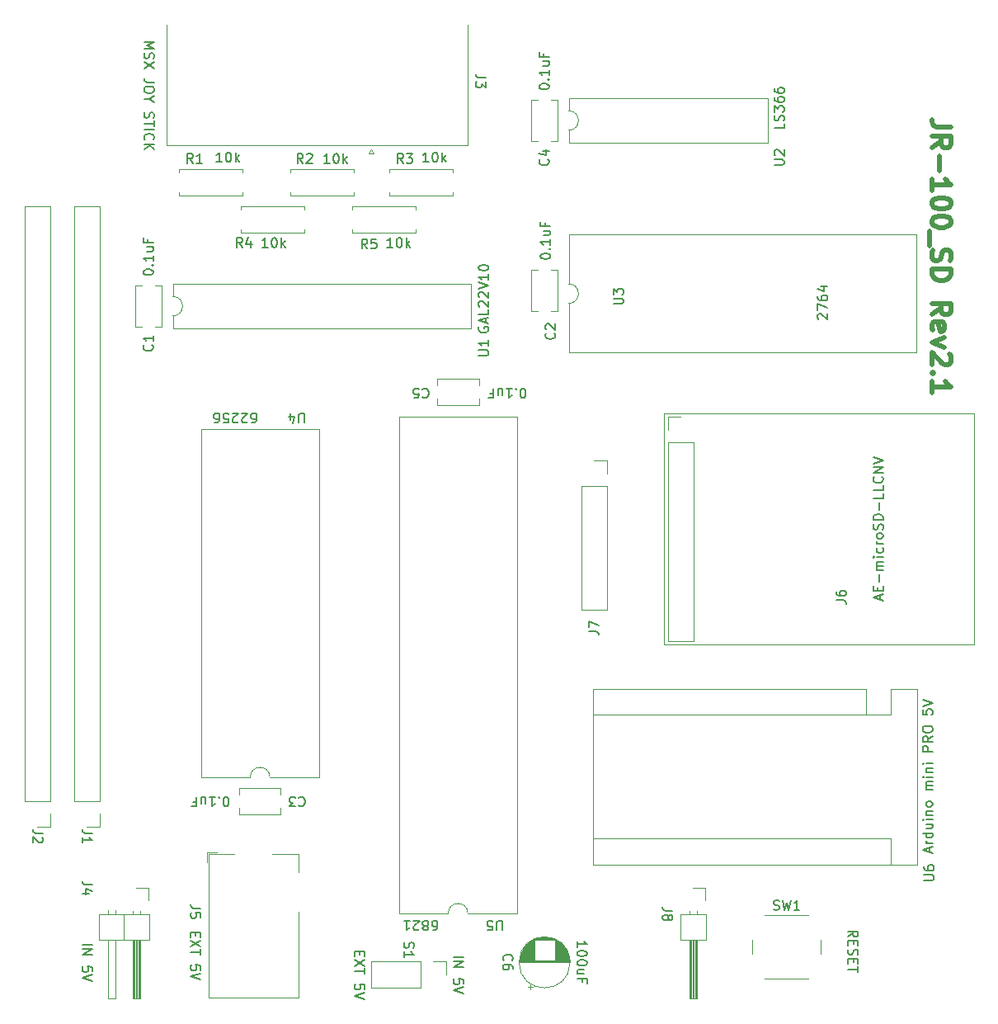
<source format=gto>
G04 #@! TF.GenerationSoftware,KiCad,Pcbnew,(5.1.9)-1*
G04 #@! TF.CreationDate,2025-02-11T16:00:35+09:00*
G04 #@! TF.ProjectId,JR-100_SD,4a522d31-3030-45f5-9344-2e6b69636164,rev?*
G04 #@! TF.SameCoordinates,PX53920b0PY93c3260*
G04 #@! TF.FileFunction,Legend,Top*
G04 #@! TF.FilePolarity,Positive*
%FSLAX46Y46*%
G04 Gerber Fmt 4.6, Leading zero omitted, Abs format (unit mm)*
G04 Created by KiCad (PCBNEW (5.1.9)-1) date 2025-02-11 16:00:35*
%MOMM*%
%LPD*%
G01*
G04 APERTURE LIST*
%ADD10C,0.150000*%
%ADD11C,0.500000*%
%ADD12C,0.120000*%
G04 APERTURE END LIST*
D10*
X87050619Y6405381D02*
X87526809Y6738715D01*
X87050619Y6976810D02*
X88050619Y6976810D01*
X88050619Y6595858D01*
X88003000Y6500620D01*
X87955380Y6453000D01*
X87860142Y6405381D01*
X87717285Y6405381D01*
X87622047Y6453000D01*
X87574428Y6500620D01*
X87526809Y6595858D01*
X87526809Y6976810D01*
X87574428Y5976810D02*
X87574428Y5643477D01*
X87050619Y5500620D02*
X87050619Y5976810D01*
X88050619Y5976810D01*
X88050619Y5500620D01*
X87098238Y5119667D02*
X87050619Y4976810D01*
X87050619Y4738715D01*
X87098238Y4643477D01*
X87145857Y4595858D01*
X87241095Y4548239D01*
X87336333Y4548239D01*
X87431571Y4595858D01*
X87479190Y4643477D01*
X87526809Y4738715D01*
X87574428Y4929191D01*
X87622047Y5024429D01*
X87669666Y5072048D01*
X87764904Y5119667D01*
X87860142Y5119667D01*
X87955380Y5072048D01*
X88003000Y5024429D01*
X88050619Y4929191D01*
X88050619Y4691096D01*
X88003000Y4548239D01*
X87574428Y4119667D02*
X87574428Y3786334D01*
X87050619Y3643477D02*
X87050619Y4119667D01*
X88050619Y4119667D01*
X88050619Y3643477D01*
X88050619Y3357762D02*
X88050619Y2786334D01*
X87050619Y3072048D02*
X88050619Y3072048D01*
X49157000Y68977239D02*
X49109380Y68882000D01*
X49109380Y68739143D01*
X49157000Y68596286D01*
X49252238Y68501048D01*
X49347476Y68453429D01*
X49537952Y68405810D01*
X49680809Y68405810D01*
X49871285Y68453429D01*
X49966523Y68501048D01*
X50061761Y68596286D01*
X50109380Y68739143D01*
X50109380Y68834381D01*
X50061761Y68977239D01*
X50014142Y69024858D01*
X49680809Y69024858D01*
X49680809Y68834381D01*
X49823666Y69405810D02*
X49823666Y69882000D01*
X50109380Y69310572D02*
X49109380Y69643905D01*
X50109380Y69977239D01*
X50109380Y70786762D02*
X50109380Y70310572D01*
X49109380Y70310572D01*
X49204619Y71072477D02*
X49157000Y71120096D01*
X49109380Y71215334D01*
X49109380Y71453429D01*
X49157000Y71548667D01*
X49204619Y71596286D01*
X49299857Y71643905D01*
X49395095Y71643905D01*
X49537952Y71596286D01*
X50109380Y71024858D01*
X50109380Y71643905D01*
X49204619Y72024858D02*
X49157000Y72072477D01*
X49109380Y72167715D01*
X49109380Y72405810D01*
X49157000Y72501048D01*
X49204619Y72548667D01*
X49299857Y72596286D01*
X49395095Y72596286D01*
X49537952Y72548667D01*
X50109380Y71977239D01*
X50109380Y72596286D01*
X49109380Y72882000D02*
X50109380Y73215334D01*
X49109380Y73548667D01*
X50109380Y74405810D02*
X50109380Y73834381D01*
X50109380Y74120096D02*
X49109380Y74120096D01*
X49252238Y74024858D01*
X49347476Y73929620D01*
X49395095Y73834381D01*
X49109380Y75024858D02*
X49109380Y75120096D01*
X49157000Y75215334D01*
X49204619Y75262953D01*
X49299857Y75310572D01*
X49490333Y75358191D01*
X49728428Y75358191D01*
X49918904Y75310572D01*
X50014142Y75262953D01*
X50061761Y75215334D01*
X50109380Y75120096D01*
X50109380Y75024858D01*
X50061761Y74929620D01*
X50014142Y74882000D01*
X49918904Y74834381D01*
X49728428Y74786762D01*
X49490333Y74786762D01*
X49299857Y74834381D01*
X49204619Y74882000D01*
X49157000Y74929620D01*
X49109380Y75024858D01*
X84002619Y69786715D02*
X83955000Y69834334D01*
X83907380Y69929572D01*
X83907380Y70167667D01*
X83955000Y70262905D01*
X84002619Y70310524D01*
X84097857Y70358143D01*
X84193095Y70358143D01*
X84335952Y70310524D01*
X84907380Y69739096D01*
X84907380Y70358143D01*
X83907380Y70691477D02*
X83907380Y71358143D01*
X84907380Y70929572D01*
X83907380Y72167667D02*
X83907380Y71977191D01*
X83955000Y71881953D01*
X84002619Y71834334D01*
X84145476Y71739096D01*
X84335952Y71691477D01*
X84716904Y71691477D01*
X84812142Y71739096D01*
X84859761Y71786715D01*
X84907380Y71881953D01*
X84907380Y72072429D01*
X84859761Y72167667D01*
X84812142Y72215286D01*
X84716904Y72262905D01*
X84478809Y72262905D01*
X84383571Y72215286D01*
X84335952Y72167667D01*
X84288333Y72072429D01*
X84288333Y71881953D01*
X84335952Y71786715D01*
X84383571Y71739096D01*
X84478809Y71691477D01*
X84240714Y73120048D02*
X84907380Y73120048D01*
X83859761Y72881953D02*
X84574047Y72643858D01*
X84574047Y73262905D01*
X44418095Y7072381D02*
X44608571Y7072381D01*
X44703809Y7120000D01*
X44751428Y7167620D01*
X44846666Y7310477D01*
X44894285Y7500953D01*
X44894285Y7881905D01*
X44846666Y7977143D01*
X44799047Y8024762D01*
X44703809Y8072381D01*
X44513333Y8072381D01*
X44418095Y8024762D01*
X44370476Y7977143D01*
X44322857Y7881905D01*
X44322857Y7643810D01*
X44370476Y7548572D01*
X44418095Y7500953D01*
X44513333Y7453334D01*
X44703809Y7453334D01*
X44799047Y7500953D01*
X44846666Y7548572D01*
X44894285Y7643810D01*
X43751428Y7500953D02*
X43846666Y7453334D01*
X43894285Y7405715D01*
X43941904Y7310477D01*
X43941904Y7262858D01*
X43894285Y7167620D01*
X43846666Y7120000D01*
X43751428Y7072381D01*
X43560952Y7072381D01*
X43465714Y7120000D01*
X43418095Y7167620D01*
X43370476Y7262858D01*
X43370476Y7310477D01*
X43418095Y7405715D01*
X43465714Y7453334D01*
X43560952Y7500953D01*
X43751428Y7500953D01*
X43846666Y7548572D01*
X43894285Y7596191D01*
X43941904Y7691429D01*
X43941904Y7881905D01*
X43894285Y7977143D01*
X43846666Y8024762D01*
X43751428Y8072381D01*
X43560952Y8072381D01*
X43465714Y8024762D01*
X43418095Y7977143D01*
X43370476Y7881905D01*
X43370476Y7691429D01*
X43418095Y7596191D01*
X43465714Y7548572D01*
X43560952Y7500953D01*
X42989523Y7167620D02*
X42941904Y7120000D01*
X42846666Y7072381D01*
X42608571Y7072381D01*
X42513333Y7120000D01*
X42465714Y7167620D01*
X42418095Y7262858D01*
X42418095Y7358096D01*
X42465714Y7500953D01*
X43037142Y8072381D01*
X42418095Y8072381D01*
X41465714Y8072381D02*
X42037142Y8072381D01*
X41751428Y8072381D02*
X41751428Y7072381D01*
X41846666Y7215239D01*
X41941904Y7310477D01*
X42037142Y7358096D01*
X53712857Y61682381D02*
X53617619Y61682381D01*
X53522380Y61730000D01*
X53474761Y61777620D01*
X53427142Y61872858D01*
X53379523Y62063334D01*
X53379523Y62301429D01*
X53427142Y62491905D01*
X53474761Y62587143D01*
X53522380Y62634762D01*
X53617619Y62682381D01*
X53712857Y62682381D01*
X53808095Y62634762D01*
X53855714Y62587143D01*
X53903333Y62491905D01*
X53950952Y62301429D01*
X53950952Y62063334D01*
X53903333Y61872858D01*
X53855714Y61777620D01*
X53808095Y61730000D01*
X53712857Y61682381D01*
X52950952Y62587143D02*
X52903333Y62634762D01*
X52950952Y62682381D01*
X52998571Y62634762D01*
X52950952Y62587143D01*
X52950952Y62682381D01*
X51950952Y62682381D02*
X52522380Y62682381D01*
X52236666Y62682381D02*
X52236666Y61682381D01*
X52331904Y61825239D01*
X52427142Y61920477D01*
X52522380Y61968096D01*
X51093809Y62015715D02*
X51093809Y62682381D01*
X51522380Y62015715D02*
X51522380Y62539524D01*
X51474761Y62634762D01*
X51379523Y62682381D01*
X51236666Y62682381D01*
X51141428Y62634762D01*
X51093809Y62587143D01*
X50284285Y62158572D02*
X50617619Y62158572D01*
X50617619Y62682381D02*
X50617619Y61682381D01*
X50141428Y61682381D01*
X55459380Y76208143D02*
X55459380Y76303381D01*
X55507000Y76398620D01*
X55554619Y76446239D01*
X55649857Y76493858D01*
X55840333Y76541477D01*
X56078428Y76541477D01*
X56268904Y76493858D01*
X56364142Y76446239D01*
X56411761Y76398620D01*
X56459380Y76303381D01*
X56459380Y76208143D01*
X56411761Y76112905D01*
X56364142Y76065286D01*
X56268904Y76017667D01*
X56078428Y75970048D01*
X55840333Y75970048D01*
X55649857Y76017667D01*
X55554619Y76065286D01*
X55507000Y76112905D01*
X55459380Y76208143D01*
X56364142Y76970048D02*
X56411761Y77017667D01*
X56459380Y76970048D01*
X56411761Y76922429D01*
X56364142Y76970048D01*
X56459380Y76970048D01*
X56459380Y77970048D02*
X56459380Y77398620D01*
X56459380Y77684334D02*
X55459380Y77684334D01*
X55602238Y77589096D01*
X55697476Y77493858D01*
X55745095Y77398620D01*
X55792714Y78827191D02*
X56459380Y78827191D01*
X55792714Y78398620D02*
X56316523Y78398620D01*
X56411761Y78446239D01*
X56459380Y78541477D01*
X56459380Y78684334D01*
X56411761Y78779572D01*
X56364142Y78827191D01*
X55935571Y79636715D02*
X55935571Y79303381D01*
X56459380Y79303381D02*
X55459380Y79303381D01*
X55459380Y79779572D01*
X59237619Y5357620D02*
X59237619Y5929048D01*
X59237619Y5643334D02*
X60237619Y5643334D01*
X60094761Y5738572D01*
X59999523Y5833810D01*
X59951904Y5929048D01*
X60237619Y4738572D02*
X60237619Y4643334D01*
X60190000Y4548096D01*
X60142380Y4500477D01*
X60047142Y4452858D01*
X59856666Y4405239D01*
X59618571Y4405239D01*
X59428095Y4452858D01*
X59332857Y4500477D01*
X59285238Y4548096D01*
X59237619Y4643334D01*
X59237619Y4738572D01*
X59285238Y4833810D01*
X59332857Y4881429D01*
X59428095Y4929048D01*
X59618571Y4976667D01*
X59856666Y4976667D01*
X60047142Y4929048D01*
X60142380Y4881429D01*
X60190000Y4833810D01*
X60237619Y4738572D01*
X60237619Y3786191D02*
X60237619Y3690953D01*
X60190000Y3595715D01*
X60142380Y3548096D01*
X60047142Y3500477D01*
X59856666Y3452858D01*
X59618571Y3452858D01*
X59428095Y3500477D01*
X59332857Y3548096D01*
X59285238Y3595715D01*
X59237619Y3690953D01*
X59237619Y3786191D01*
X59285238Y3881429D01*
X59332857Y3929048D01*
X59428095Y3976667D01*
X59618571Y4024286D01*
X59856666Y4024286D01*
X60047142Y3976667D01*
X60142380Y3929048D01*
X60190000Y3881429D01*
X60237619Y3786191D01*
X59904285Y2595715D02*
X59237619Y2595715D01*
X59904285Y3024286D02*
X59380476Y3024286D01*
X59285238Y2976667D01*
X59237619Y2881429D01*
X59237619Y2738572D01*
X59285238Y2643334D01*
X59332857Y2595715D01*
X59761428Y1786191D02*
X59761428Y2119524D01*
X59237619Y2119524D02*
X60237619Y2119524D01*
X60237619Y1643334D01*
X14787619Y98186191D02*
X15787619Y98186191D01*
X15073333Y97852858D01*
X15787619Y97519524D01*
X14787619Y97519524D01*
X14835238Y97090953D02*
X14787619Y96948096D01*
X14787619Y96710000D01*
X14835238Y96614762D01*
X14882857Y96567143D01*
X14978095Y96519524D01*
X15073333Y96519524D01*
X15168571Y96567143D01*
X15216190Y96614762D01*
X15263809Y96710000D01*
X15311428Y96900477D01*
X15359047Y96995715D01*
X15406666Y97043334D01*
X15501904Y97090953D01*
X15597142Y97090953D01*
X15692380Y97043334D01*
X15740000Y96995715D01*
X15787619Y96900477D01*
X15787619Y96662381D01*
X15740000Y96519524D01*
X15787619Y96186191D02*
X14787619Y95519524D01*
X15787619Y95519524D02*
X14787619Y96186191D01*
X15787619Y94090953D02*
X15073333Y94090953D01*
X14930476Y94138572D01*
X14835238Y94233810D01*
X14787619Y94376667D01*
X14787619Y94471905D01*
X15787619Y93424286D02*
X15787619Y93233810D01*
X15740000Y93138572D01*
X15644761Y93043334D01*
X15454285Y92995715D01*
X15120952Y92995715D01*
X14930476Y93043334D01*
X14835238Y93138572D01*
X14787619Y93233810D01*
X14787619Y93424286D01*
X14835238Y93519524D01*
X14930476Y93614762D01*
X15120952Y93662381D01*
X15454285Y93662381D01*
X15644761Y93614762D01*
X15740000Y93519524D01*
X15787619Y93424286D01*
X15263809Y92376667D02*
X14787619Y92376667D01*
X15787619Y92710000D02*
X15263809Y92376667D01*
X15787619Y92043334D01*
X14835238Y90995715D02*
X14787619Y90852858D01*
X14787619Y90614762D01*
X14835238Y90519524D01*
X14882857Y90471905D01*
X14978095Y90424286D01*
X15073333Y90424286D01*
X15168571Y90471905D01*
X15216190Y90519524D01*
X15263809Y90614762D01*
X15311428Y90805239D01*
X15359047Y90900477D01*
X15406666Y90948096D01*
X15501904Y90995715D01*
X15597142Y90995715D01*
X15692380Y90948096D01*
X15740000Y90900477D01*
X15787619Y90805239D01*
X15787619Y90567143D01*
X15740000Y90424286D01*
X15787619Y90138572D02*
X15787619Y89567143D01*
X14787619Y89852858D02*
X15787619Y89852858D01*
X14787619Y89233810D02*
X15787619Y89233810D01*
X14882857Y88186191D02*
X14835238Y88233810D01*
X14787619Y88376667D01*
X14787619Y88471905D01*
X14835238Y88614762D01*
X14930476Y88710000D01*
X15025714Y88757620D01*
X15216190Y88805239D01*
X15359047Y88805239D01*
X15549523Y88757620D01*
X15644761Y88710000D01*
X15740000Y88614762D01*
X15787619Y88471905D01*
X15787619Y88376667D01*
X15740000Y88233810D01*
X15692380Y88186191D01*
X14787619Y87757620D02*
X15787619Y87757620D01*
X14787619Y87186191D02*
X15359047Y87614762D01*
X15787619Y87186191D02*
X15216190Y87757620D01*
X40298761Y77144620D02*
X39727333Y77144620D01*
X40013047Y77144620D02*
X40013047Y78144620D01*
X39917809Y78001762D01*
X39822571Y77906524D01*
X39727333Y77858905D01*
X40917809Y78144620D02*
X41013047Y78144620D01*
X41108285Y78097000D01*
X41155904Y78049381D01*
X41203523Y77954143D01*
X41251142Y77763667D01*
X41251142Y77525572D01*
X41203523Y77335096D01*
X41155904Y77239858D01*
X41108285Y77192239D01*
X41013047Y77144620D01*
X40917809Y77144620D01*
X40822571Y77192239D01*
X40774952Y77239858D01*
X40727333Y77335096D01*
X40679714Y77525572D01*
X40679714Y77763667D01*
X40727333Y77954143D01*
X40774952Y78049381D01*
X40822571Y78097000D01*
X40917809Y78144620D01*
X41679714Y77144620D02*
X41679714Y78144620D01*
X41774952Y77525572D02*
X42060666Y77144620D01*
X42060666Y77811286D02*
X41679714Y77430334D01*
X43981761Y85907620D02*
X43410333Y85907620D01*
X43696047Y85907620D02*
X43696047Y86907620D01*
X43600809Y86764762D01*
X43505571Y86669524D01*
X43410333Y86621905D01*
X44600809Y86907620D02*
X44696047Y86907620D01*
X44791285Y86860000D01*
X44838904Y86812381D01*
X44886523Y86717143D01*
X44934142Y86526667D01*
X44934142Y86288572D01*
X44886523Y86098096D01*
X44838904Y86002858D01*
X44791285Y85955239D01*
X44696047Y85907620D01*
X44600809Y85907620D01*
X44505571Y85955239D01*
X44457952Y86002858D01*
X44410333Y86098096D01*
X44362714Y86288572D01*
X44362714Y86526667D01*
X44410333Y86717143D01*
X44457952Y86812381D01*
X44505571Y86860000D01*
X44600809Y86907620D01*
X45362714Y85907620D02*
X45362714Y86907620D01*
X45457952Y86288572D02*
X45743666Y85907620D01*
X45743666Y86574286D02*
X45362714Y86193334D01*
X33821761Y85780620D02*
X33250333Y85780620D01*
X33536047Y85780620D02*
X33536047Y86780620D01*
X33440809Y86637762D01*
X33345571Y86542524D01*
X33250333Y86494905D01*
X34440809Y86780620D02*
X34536047Y86780620D01*
X34631285Y86733000D01*
X34678904Y86685381D01*
X34726523Y86590143D01*
X34774142Y86399667D01*
X34774142Y86161572D01*
X34726523Y85971096D01*
X34678904Y85875858D01*
X34631285Y85828239D01*
X34536047Y85780620D01*
X34440809Y85780620D01*
X34345571Y85828239D01*
X34297952Y85875858D01*
X34250333Y85971096D01*
X34202714Y86161572D01*
X34202714Y86399667D01*
X34250333Y86590143D01*
X34297952Y86685381D01*
X34345571Y86733000D01*
X34440809Y86780620D01*
X35202714Y85780620D02*
X35202714Y86780620D01*
X35297952Y86161572D02*
X35583666Y85780620D01*
X35583666Y86447286D02*
X35202714Y86066334D01*
X27471761Y77144620D02*
X26900333Y77144620D01*
X27186047Y77144620D02*
X27186047Y78144620D01*
X27090809Y78001762D01*
X26995571Y77906524D01*
X26900333Y77858905D01*
X28090809Y78144620D02*
X28186047Y78144620D01*
X28281285Y78097000D01*
X28328904Y78049381D01*
X28376523Y77954143D01*
X28424142Y77763667D01*
X28424142Y77525572D01*
X28376523Y77335096D01*
X28328904Y77239858D01*
X28281285Y77192239D01*
X28186047Y77144620D01*
X28090809Y77144620D01*
X27995571Y77192239D01*
X27947952Y77239858D01*
X27900333Y77335096D01*
X27852714Y77525572D01*
X27852714Y77763667D01*
X27900333Y77954143D01*
X27947952Y78049381D01*
X27995571Y78097000D01*
X28090809Y78144620D01*
X28852714Y77144620D02*
X28852714Y78144620D01*
X28947952Y77525572D02*
X29233666Y77144620D01*
X29233666Y77811286D02*
X28852714Y77430334D01*
X22772761Y85907620D02*
X22201333Y85907620D01*
X22487047Y85907620D02*
X22487047Y86907620D01*
X22391809Y86764762D01*
X22296571Y86669524D01*
X22201333Y86621905D01*
X23391809Y86907620D02*
X23487047Y86907620D01*
X23582285Y86860000D01*
X23629904Y86812381D01*
X23677523Y86717143D01*
X23725142Y86526667D01*
X23725142Y86288572D01*
X23677523Y86098096D01*
X23629904Y86002858D01*
X23582285Y85955239D01*
X23487047Y85907620D01*
X23391809Y85907620D01*
X23296571Y85955239D01*
X23248952Y86002858D01*
X23201333Y86098096D01*
X23153714Y86288572D01*
X23153714Y86526667D01*
X23201333Y86717143D01*
X23248952Y86812381D01*
X23296571Y86860000D01*
X23391809Y86907620D01*
X24153714Y85907620D02*
X24153714Y86907620D01*
X24248952Y86288572D02*
X24534666Y85907620D01*
X24534666Y86574286D02*
X24153714Y86193334D01*
X80462380Y89844762D02*
X80462380Y89368572D01*
X79462380Y89368572D01*
X80414761Y90130477D02*
X80462380Y90273334D01*
X80462380Y90511429D01*
X80414761Y90606667D01*
X80367142Y90654286D01*
X80271904Y90701905D01*
X80176666Y90701905D01*
X80081428Y90654286D01*
X80033809Y90606667D01*
X79986190Y90511429D01*
X79938571Y90320953D01*
X79890952Y90225715D01*
X79843333Y90178096D01*
X79748095Y90130477D01*
X79652857Y90130477D01*
X79557619Y90178096D01*
X79510000Y90225715D01*
X79462380Y90320953D01*
X79462380Y90559048D01*
X79510000Y90701905D01*
X79462380Y91035239D02*
X79462380Y91654286D01*
X79843333Y91320953D01*
X79843333Y91463810D01*
X79890952Y91559048D01*
X79938571Y91606667D01*
X80033809Y91654286D01*
X80271904Y91654286D01*
X80367142Y91606667D01*
X80414761Y91559048D01*
X80462380Y91463810D01*
X80462380Y91178096D01*
X80414761Y91082858D01*
X80367142Y91035239D01*
X79462380Y92511429D02*
X79462380Y92320953D01*
X79510000Y92225715D01*
X79557619Y92178096D01*
X79700476Y92082858D01*
X79890952Y92035239D01*
X80271904Y92035239D01*
X80367142Y92082858D01*
X80414761Y92130477D01*
X80462380Y92225715D01*
X80462380Y92416191D01*
X80414761Y92511429D01*
X80367142Y92559048D01*
X80271904Y92606667D01*
X80033809Y92606667D01*
X79938571Y92559048D01*
X79890952Y92511429D01*
X79843333Y92416191D01*
X79843333Y92225715D01*
X79890952Y92130477D01*
X79938571Y92082858D01*
X80033809Y92035239D01*
X79462380Y93463810D02*
X79462380Y93273334D01*
X79510000Y93178096D01*
X79557619Y93130477D01*
X79700476Y93035239D01*
X79890952Y92987620D01*
X80271904Y92987620D01*
X80367142Y93035239D01*
X80414761Y93082858D01*
X80462380Y93178096D01*
X80462380Y93368572D01*
X80414761Y93463810D01*
X80367142Y93511429D01*
X80271904Y93559048D01*
X80033809Y93559048D01*
X79938571Y93511429D01*
X79890952Y93463810D01*
X79843333Y93368572D01*
X79843333Y93178096D01*
X79890952Y93082858D01*
X79938571Y93035239D01*
X80033809Y92987620D01*
X95416666Y15098096D02*
X95416666Y15574286D01*
X95702380Y15002858D02*
X94702380Y15336191D01*
X95702380Y15669524D01*
X95702380Y16002858D02*
X95035714Y16002858D01*
X95226190Y16002858D02*
X95130952Y16050477D01*
X95083333Y16098096D01*
X95035714Y16193334D01*
X95035714Y16288572D01*
X95702380Y17050477D02*
X94702380Y17050477D01*
X95654761Y17050477D02*
X95702380Y16955239D01*
X95702380Y16764762D01*
X95654761Y16669524D01*
X95607142Y16621905D01*
X95511904Y16574286D01*
X95226190Y16574286D01*
X95130952Y16621905D01*
X95083333Y16669524D01*
X95035714Y16764762D01*
X95035714Y16955239D01*
X95083333Y17050477D01*
X95035714Y17955239D02*
X95702380Y17955239D01*
X95035714Y17526667D02*
X95559523Y17526667D01*
X95654761Y17574286D01*
X95702380Y17669524D01*
X95702380Y17812381D01*
X95654761Y17907620D01*
X95607142Y17955239D01*
X95702380Y18431429D02*
X95035714Y18431429D01*
X94702380Y18431429D02*
X94750000Y18383810D01*
X94797619Y18431429D01*
X94750000Y18479048D01*
X94702380Y18431429D01*
X94797619Y18431429D01*
X95035714Y18907620D02*
X95702380Y18907620D01*
X95130952Y18907620D02*
X95083333Y18955239D01*
X95035714Y19050477D01*
X95035714Y19193334D01*
X95083333Y19288572D01*
X95178571Y19336191D01*
X95702380Y19336191D01*
X95702380Y19955239D02*
X95654761Y19860000D01*
X95607142Y19812381D01*
X95511904Y19764762D01*
X95226190Y19764762D01*
X95130952Y19812381D01*
X95083333Y19860000D01*
X95035714Y19955239D01*
X95035714Y20098096D01*
X95083333Y20193334D01*
X95130952Y20240953D01*
X95226190Y20288572D01*
X95511904Y20288572D01*
X95607142Y20240953D01*
X95654761Y20193334D01*
X95702380Y20098096D01*
X95702380Y19955239D01*
X95702380Y21479048D02*
X95035714Y21479048D01*
X95130952Y21479048D02*
X95083333Y21526667D01*
X95035714Y21621905D01*
X95035714Y21764762D01*
X95083333Y21860000D01*
X95178571Y21907620D01*
X95702380Y21907620D01*
X95178571Y21907620D02*
X95083333Y21955239D01*
X95035714Y22050477D01*
X95035714Y22193334D01*
X95083333Y22288572D01*
X95178571Y22336191D01*
X95702380Y22336191D01*
X95702380Y22812381D02*
X95035714Y22812381D01*
X94702380Y22812381D02*
X94750000Y22764762D01*
X94797619Y22812381D01*
X94750000Y22860000D01*
X94702380Y22812381D01*
X94797619Y22812381D01*
X95035714Y23288572D02*
X95702380Y23288572D01*
X95130952Y23288572D02*
X95083333Y23336191D01*
X95035714Y23431429D01*
X95035714Y23574286D01*
X95083333Y23669524D01*
X95178571Y23717143D01*
X95702380Y23717143D01*
X95702380Y24193334D02*
X95035714Y24193334D01*
X94702380Y24193334D02*
X94750000Y24145715D01*
X94797619Y24193334D01*
X94750000Y24240953D01*
X94702380Y24193334D01*
X94797619Y24193334D01*
X95702380Y25431429D02*
X94702380Y25431429D01*
X94702380Y25812381D01*
X94750000Y25907620D01*
X94797619Y25955239D01*
X94892857Y26002858D01*
X95035714Y26002858D01*
X95130952Y25955239D01*
X95178571Y25907620D01*
X95226190Y25812381D01*
X95226190Y25431429D01*
X95702380Y27002858D02*
X95226190Y26669524D01*
X95702380Y26431429D02*
X94702380Y26431429D01*
X94702380Y26812381D01*
X94750000Y26907620D01*
X94797619Y26955239D01*
X94892857Y27002858D01*
X95035714Y27002858D01*
X95130952Y26955239D01*
X95178571Y26907620D01*
X95226190Y26812381D01*
X95226190Y26431429D01*
X94702380Y27621905D02*
X94702380Y27812381D01*
X94750000Y27907620D01*
X94845238Y28002858D01*
X95035714Y28050477D01*
X95369047Y28050477D01*
X95559523Y28002858D01*
X95654761Y27907620D01*
X95702380Y27812381D01*
X95702380Y27621905D01*
X95654761Y27526667D01*
X95559523Y27431429D01*
X95369047Y27383810D01*
X95035714Y27383810D01*
X94845238Y27431429D01*
X94750000Y27526667D01*
X94702380Y27621905D01*
X94702380Y29717143D02*
X94702380Y29240953D01*
X95178571Y29193334D01*
X95130952Y29240953D01*
X95083333Y29336191D01*
X95083333Y29574286D01*
X95130952Y29669524D01*
X95178571Y29717143D01*
X95273809Y29764762D01*
X95511904Y29764762D01*
X95607142Y29717143D01*
X95654761Y29669524D01*
X95702380Y29574286D01*
X95702380Y29336191D01*
X95654761Y29240953D01*
X95607142Y29193334D01*
X94702380Y30050477D02*
X95702380Y30383810D01*
X94702380Y30717143D01*
X46537619Y4349524D02*
X47537619Y4349524D01*
X46537619Y3873334D02*
X47537619Y3873334D01*
X46537619Y3301905D01*
X47537619Y3301905D01*
X47537619Y1587620D02*
X47537619Y2063810D01*
X47061428Y2111429D01*
X47109047Y2063810D01*
X47156666Y1968572D01*
X47156666Y1730477D01*
X47109047Y1635239D01*
X47061428Y1587620D01*
X46966190Y1540000D01*
X46728095Y1540000D01*
X46632857Y1587620D01*
X46585238Y1635239D01*
X46537619Y1730477D01*
X46537619Y1968572D01*
X46585238Y2063810D01*
X46632857Y2111429D01*
X47537619Y1254286D02*
X46537619Y920953D01*
X47537619Y587620D01*
X36901428Y4897143D02*
X36901428Y4563810D01*
X36377619Y4420953D02*
X36377619Y4897143D01*
X37377619Y4897143D01*
X37377619Y4420953D01*
X37377619Y4087620D02*
X36377619Y3420953D01*
X37377619Y3420953D02*
X36377619Y4087620D01*
X37377619Y3182858D02*
X37377619Y2611429D01*
X36377619Y2897143D02*
X37377619Y2897143D01*
X37377619Y1040000D02*
X37377619Y1516191D01*
X36901428Y1563810D01*
X36949047Y1516191D01*
X36996666Y1420953D01*
X36996666Y1182858D01*
X36949047Y1087620D01*
X36901428Y1040000D01*
X36806190Y992381D01*
X36568095Y992381D01*
X36472857Y1040000D01*
X36425238Y1087620D01*
X36377619Y1182858D01*
X36377619Y1420953D01*
X36425238Y1516191D01*
X36472857Y1563810D01*
X37377619Y706667D02*
X36377619Y373334D01*
X37377619Y40000D01*
X8437619Y5619524D02*
X9437619Y5619524D01*
X8437619Y5143334D02*
X9437619Y5143334D01*
X8437619Y4571905D01*
X9437619Y4571905D01*
X9437619Y2857620D02*
X9437619Y3333810D01*
X8961428Y3381429D01*
X9009047Y3333810D01*
X9056666Y3238572D01*
X9056666Y3000477D01*
X9009047Y2905239D01*
X8961428Y2857620D01*
X8866190Y2810000D01*
X8628095Y2810000D01*
X8532857Y2857620D01*
X8485238Y2905239D01*
X8437619Y3000477D01*
X8437619Y3238572D01*
X8485238Y3333810D01*
X8532857Y3381429D01*
X9437619Y2524286D02*
X8437619Y2190953D01*
X9437619Y1857620D01*
X20071428Y6857143D02*
X20071428Y6523810D01*
X19547619Y6380953D02*
X19547619Y6857143D01*
X20547619Y6857143D01*
X20547619Y6380953D01*
X20547619Y6047620D02*
X19547619Y5380953D01*
X20547619Y5380953D02*
X19547619Y6047620D01*
X20547619Y5142858D02*
X20547619Y4571429D01*
X19547619Y4857143D02*
X20547619Y4857143D01*
X20547619Y3000000D02*
X20547619Y3476191D01*
X20071428Y3523810D01*
X20119047Y3476191D01*
X20166666Y3380953D01*
X20166666Y3142858D01*
X20119047Y3047620D01*
X20071428Y3000000D01*
X19976190Y2952381D01*
X19738095Y2952381D01*
X19642857Y3000000D01*
X19595238Y3047620D01*
X19547619Y3142858D01*
X19547619Y3380953D01*
X19595238Y3476191D01*
X19642857Y3523810D01*
X20547619Y2666667D02*
X19547619Y2333334D01*
X20547619Y2000000D01*
X25844285Y59142381D02*
X26034761Y59142381D01*
X26130000Y59190000D01*
X26177619Y59237620D01*
X26272857Y59380477D01*
X26320476Y59570953D01*
X26320476Y59951905D01*
X26272857Y60047143D01*
X26225238Y60094762D01*
X26130000Y60142381D01*
X25939523Y60142381D01*
X25844285Y60094762D01*
X25796666Y60047143D01*
X25749047Y59951905D01*
X25749047Y59713810D01*
X25796666Y59618572D01*
X25844285Y59570953D01*
X25939523Y59523334D01*
X26130000Y59523334D01*
X26225238Y59570953D01*
X26272857Y59618572D01*
X26320476Y59713810D01*
X25368095Y59237620D02*
X25320476Y59190000D01*
X25225238Y59142381D01*
X24987142Y59142381D01*
X24891904Y59190000D01*
X24844285Y59237620D01*
X24796666Y59332858D01*
X24796666Y59428096D01*
X24844285Y59570953D01*
X25415714Y60142381D01*
X24796666Y60142381D01*
X24415714Y59237620D02*
X24368095Y59190000D01*
X24272857Y59142381D01*
X24034761Y59142381D01*
X23939523Y59190000D01*
X23891904Y59237620D01*
X23844285Y59332858D01*
X23844285Y59428096D01*
X23891904Y59570953D01*
X24463333Y60142381D01*
X23844285Y60142381D01*
X22939523Y59142381D02*
X23415714Y59142381D01*
X23463333Y59618572D01*
X23415714Y59570953D01*
X23320476Y59523334D01*
X23082380Y59523334D01*
X22987142Y59570953D01*
X22939523Y59618572D01*
X22891904Y59713810D01*
X22891904Y59951905D01*
X22939523Y60047143D01*
X22987142Y60094762D01*
X23082380Y60142381D01*
X23320476Y60142381D01*
X23415714Y60094762D01*
X23463333Y60047143D01*
X22034761Y59142381D02*
X22225238Y59142381D01*
X22320476Y59190000D01*
X22368095Y59237620D01*
X22463333Y59380477D01*
X22510952Y59570953D01*
X22510952Y59951905D01*
X22463333Y60047143D01*
X22415714Y60094762D01*
X22320476Y60142381D01*
X22130000Y60142381D01*
X22034761Y60094762D01*
X21987142Y60047143D01*
X21939523Y59951905D01*
X21939523Y59713810D01*
X21987142Y59618572D01*
X22034761Y59570953D01*
X22130000Y59523334D01*
X22320476Y59523334D01*
X22415714Y59570953D01*
X22463333Y59618572D01*
X22510952Y59713810D01*
X23232857Y19772381D02*
X23137619Y19772381D01*
X23042380Y19820000D01*
X22994761Y19867620D01*
X22947142Y19962858D01*
X22899523Y20153334D01*
X22899523Y20391429D01*
X22947142Y20581905D01*
X22994761Y20677143D01*
X23042380Y20724762D01*
X23137619Y20772381D01*
X23232857Y20772381D01*
X23328095Y20724762D01*
X23375714Y20677143D01*
X23423333Y20581905D01*
X23470952Y20391429D01*
X23470952Y20153334D01*
X23423333Y19962858D01*
X23375714Y19867620D01*
X23328095Y19820000D01*
X23232857Y19772381D01*
X22470952Y20677143D02*
X22423333Y20724762D01*
X22470952Y20772381D01*
X22518571Y20724762D01*
X22470952Y20677143D01*
X22470952Y20772381D01*
X21470952Y20772381D02*
X22042380Y20772381D01*
X21756666Y20772381D02*
X21756666Y19772381D01*
X21851904Y19915239D01*
X21947142Y20010477D01*
X22042380Y20058096D01*
X20613809Y20105715D02*
X20613809Y20772381D01*
X21042380Y20105715D02*
X21042380Y20629524D01*
X20994761Y20724762D01*
X20899523Y20772381D01*
X20756666Y20772381D01*
X20661428Y20724762D01*
X20613809Y20677143D01*
X19804285Y20248572D02*
X20137619Y20248572D01*
X20137619Y20772381D02*
X20137619Y19772381D01*
X19661428Y19772381D01*
X14692380Y74557143D02*
X14692380Y74652381D01*
X14740000Y74747620D01*
X14787619Y74795239D01*
X14882857Y74842858D01*
X15073333Y74890477D01*
X15311428Y74890477D01*
X15501904Y74842858D01*
X15597142Y74795239D01*
X15644761Y74747620D01*
X15692380Y74652381D01*
X15692380Y74557143D01*
X15644761Y74461905D01*
X15597142Y74414286D01*
X15501904Y74366667D01*
X15311428Y74319048D01*
X15073333Y74319048D01*
X14882857Y74366667D01*
X14787619Y74414286D01*
X14740000Y74461905D01*
X14692380Y74557143D01*
X15597142Y75319048D02*
X15644761Y75366667D01*
X15692380Y75319048D01*
X15644761Y75271429D01*
X15597142Y75319048D01*
X15692380Y75319048D01*
X15692380Y76319048D02*
X15692380Y75747620D01*
X15692380Y76033334D02*
X14692380Y76033334D01*
X14835238Y75938096D01*
X14930476Y75842858D01*
X14978095Y75747620D01*
X15025714Y77176191D02*
X15692380Y77176191D01*
X15025714Y76747620D02*
X15549523Y76747620D01*
X15644761Y76795239D01*
X15692380Y76890477D01*
X15692380Y77033334D01*
X15644761Y77128572D01*
X15597142Y77176191D01*
X15168571Y77985715D02*
X15168571Y77652381D01*
X15692380Y77652381D02*
X14692380Y77652381D01*
X14692380Y78128572D01*
X55332380Y93607143D02*
X55332380Y93702381D01*
X55380000Y93797620D01*
X55427619Y93845239D01*
X55522857Y93892858D01*
X55713333Y93940477D01*
X55951428Y93940477D01*
X56141904Y93892858D01*
X56237142Y93845239D01*
X56284761Y93797620D01*
X56332380Y93702381D01*
X56332380Y93607143D01*
X56284761Y93511905D01*
X56237142Y93464286D01*
X56141904Y93416667D01*
X55951428Y93369048D01*
X55713333Y93369048D01*
X55522857Y93416667D01*
X55427619Y93464286D01*
X55380000Y93511905D01*
X55332380Y93607143D01*
X56237142Y94369048D02*
X56284761Y94416667D01*
X56332380Y94369048D01*
X56284761Y94321429D01*
X56237142Y94369048D01*
X56332380Y94369048D01*
X56332380Y95369048D02*
X56332380Y94797620D01*
X56332380Y95083334D02*
X55332380Y95083334D01*
X55475238Y94988096D01*
X55570476Y94892858D01*
X55618095Y94797620D01*
X55665714Y96226191D02*
X56332380Y96226191D01*
X55665714Y95797620D02*
X56189523Y95797620D01*
X56284761Y95845239D01*
X56332380Y95940477D01*
X56332380Y96083334D01*
X56284761Y96178572D01*
X56237142Y96226191D01*
X55808571Y97035715D02*
X55808571Y96702381D01*
X56332380Y96702381D02*
X55332380Y96702381D01*
X55332380Y97178572D01*
D11*
X97615238Y89485715D02*
X96186666Y89485715D01*
X95900952Y89580953D01*
X95710476Y89771429D01*
X95615238Y90057143D01*
X95615238Y90247620D01*
X95615238Y87390477D02*
X96567619Y88057143D01*
X95615238Y88533334D02*
X97615238Y88533334D01*
X97615238Y87771429D01*
X97520000Y87580953D01*
X97424761Y87485715D01*
X97234285Y87390477D01*
X96948571Y87390477D01*
X96758095Y87485715D01*
X96662857Y87580953D01*
X96567619Y87771429D01*
X96567619Y88533334D01*
X96377142Y86533334D02*
X96377142Y85009524D01*
X95615238Y83009524D02*
X95615238Y84152381D01*
X95615238Y83580953D02*
X97615238Y83580953D01*
X97329523Y83771429D01*
X97139047Y83961905D01*
X97043809Y84152381D01*
X97615238Y81771429D02*
X97615238Y81580953D01*
X97520000Y81390477D01*
X97424761Y81295239D01*
X97234285Y81200000D01*
X96853333Y81104762D01*
X96377142Y81104762D01*
X95996190Y81200000D01*
X95805714Y81295239D01*
X95710476Y81390477D01*
X95615238Y81580953D01*
X95615238Y81771429D01*
X95710476Y81961905D01*
X95805714Y82057143D01*
X95996190Y82152381D01*
X96377142Y82247620D01*
X96853333Y82247620D01*
X97234285Y82152381D01*
X97424761Y82057143D01*
X97520000Y81961905D01*
X97615238Y81771429D01*
X97615238Y79866667D02*
X97615238Y79676191D01*
X97520000Y79485715D01*
X97424761Y79390477D01*
X97234285Y79295239D01*
X96853333Y79200000D01*
X96377142Y79200000D01*
X95996190Y79295239D01*
X95805714Y79390477D01*
X95710476Y79485715D01*
X95615238Y79676191D01*
X95615238Y79866667D01*
X95710476Y80057143D01*
X95805714Y80152381D01*
X95996190Y80247620D01*
X96377142Y80342858D01*
X96853333Y80342858D01*
X97234285Y80247620D01*
X97424761Y80152381D01*
X97520000Y80057143D01*
X97615238Y79866667D01*
X95424761Y78819048D02*
X95424761Y77295239D01*
X95710476Y76914286D02*
X95615238Y76628572D01*
X95615238Y76152381D01*
X95710476Y75961905D01*
X95805714Y75866667D01*
X95996190Y75771429D01*
X96186666Y75771429D01*
X96377142Y75866667D01*
X96472380Y75961905D01*
X96567619Y76152381D01*
X96662857Y76533334D01*
X96758095Y76723810D01*
X96853333Y76819048D01*
X97043809Y76914286D01*
X97234285Y76914286D01*
X97424761Y76819048D01*
X97520000Y76723810D01*
X97615238Y76533334D01*
X97615238Y76057143D01*
X97520000Y75771429D01*
X95615238Y74914286D02*
X97615238Y74914286D01*
X97615238Y74438096D01*
X97520000Y74152381D01*
X97329523Y73961905D01*
X97139047Y73866667D01*
X96758095Y73771429D01*
X96472380Y73771429D01*
X96091428Y73866667D01*
X95900952Y73961905D01*
X95710476Y74152381D01*
X95615238Y74438096D01*
X95615238Y74914286D01*
X95615238Y70247620D02*
X96567619Y70914286D01*
X95615238Y71390477D02*
X97615238Y71390477D01*
X97615238Y70628572D01*
X97520000Y70438096D01*
X97424761Y70342858D01*
X97234285Y70247620D01*
X96948571Y70247620D01*
X96758095Y70342858D01*
X96662857Y70438096D01*
X96567619Y70628572D01*
X96567619Y71390477D01*
X95710476Y68628572D02*
X95615238Y68819048D01*
X95615238Y69200000D01*
X95710476Y69390477D01*
X95900952Y69485715D01*
X96662857Y69485715D01*
X96853333Y69390477D01*
X96948571Y69200000D01*
X96948571Y68819048D01*
X96853333Y68628572D01*
X96662857Y68533334D01*
X96472380Y68533334D01*
X96281904Y69485715D01*
X96948571Y67866667D02*
X95615238Y67390477D01*
X96948571Y66914286D01*
X97424761Y66247620D02*
X97520000Y66152381D01*
X97615238Y65961905D01*
X97615238Y65485715D01*
X97520000Y65295239D01*
X97424761Y65200000D01*
X97234285Y65104762D01*
X97043809Y65104762D01*
X96758095Y65200000D01*
X95615238Y66342858D01*
X95615238Y65104762D01*
X95805714Y64247620D02*
X95710476Y64152381D01*
X95615238Y64247620D01*
X95710476Y64342858D01*
X95805714Y64247620D01*
X95615238Y64247620D01*
X95615238Y62247620D02*
X95615238Y63390477D01*
X95615238Y62819048D02*
X97615238Y62819048D01*
X97329523Y63009524D01*
X97139047Y63200001D01*
X97043809Y63390477D01*
D12*
X44890000Y62997000D02*
X44890000Y63702000D01*
X44890000Y60962000D02*
X44890000Y61667000D01*
X49130000Y62997000D02*
X49130000Y63702000D01*
X49130000Y60962000D02*
X49130000Y61667000D01*
X49130000Y63702000D02*
X44890000Y63702000D01*
X49130000Y60962000D02*
X44890000Y60962000D01*
X58360000Y71406000D02*
X58360000Y66346000D01*
X58360000Y66346000D02*
X94040000Y66346000D01*
X94040000Y66346000D02*
X94040000Y78466000D01*
X94040000Y78466000D02*
X58360000Y78466000D01*
X58360000Y78466000D02*
X58360000Y73406000D01*
X58360000Y73406000D02*
G75*
G02*
X58360000Y71406000I0J-1000000D01*
G01*
X55215000Y70641000D02*
X54510000Y70641000D01*
X57250000Y70641000D02*
X56545000Y70641000D01*
X55215000Y74881000D02*
X54510000Y74881000D01*
X57250000Y74881000D02*
X56545000Y74881000D01*
X54510000Y74881000D02*
X54510000Y70641000D01*
X57250000Y74881000D02*
X57250000Y70641000D01*
X10220000Y17720000D02*
X8890000Y17720000D01*
X10220000Y19050000D02*
X10220000Y17720000D01*
X10220000Y20320000D02*
X7560000Y20320000D01*
X7560000Y20320000D02*
X7560000Y81340000D01*
X10220000Y20320000D02*
X10220000Y81340000D01*
X10220000Y81340000D02*
X7560000Y81340000D01*
X68520000Y36770000D02*
X71180000Y36770000D01*
X68520000Y57150000D02*
X68520000Y36770000D01*
X71180000Y57150000D02*
X71180000Y36770000D01*
X68520000Y57150000D02*
X71180000Y57150000D01*
X68520000Y58420000D02*
X68520000Y59750000D01*
X68520000Y59750000D02*
X69850000Y59750000D01*
X68150000Y36400000D02*
X99950000Y36400000D01*
X99950000Y36400000D02*
X99950000Y60100000D01*
X99950000Y60100000D02*
X68150000Y60100000D01*
X68150000Y60100000D02*
X68150000Y36400000D01*
X88900000Y29210000D02*
X91440000Y29210000D01*
X91440000Y29210000D02*
X91440000Y31877000D01*
X88900000Y31877000D02*
X60833000Y31877000D01*
X94107000Y31877000D02*
X91440000Y31877000D01*
X91440000Y16510000D02*
X91440000Y13840000D01*
X91440000Y16510000D02*
X60833000Y16510000D01*
X60833000Y31877000D02*
X60833000Y13840000D01*
X88900000Y29210000D02*
X88900000Y31877000D01*
X88900000Y29210000D02*
X60833000Y29210000D01*
X60833000Y13843000D02*
X94107000Y13843000D01*
X94107000Y13843000D02*
X94107000Y31877000D01*
X59630000Y52705000D02*
X62290000Y52705000D01*
X59630000Y52705000D02*
X59630000Y39945000D01*
X59630000Y39945000D02*
X62290000Y39945000D01*
X62290000Y52705000D02*
X62290000Y39945000D01*
X62290000Y55305000D02*
X62290000Y53975000D01*
X60960000Y55305000D02*
X62290000Y55305000D01*
X28770000Y19655000D02*
X28770000Y18950000D01*
X28770000Y21690000D02*
X28770000Y20985000D01*
X24530000Y19655000D02*
X24530000Y18950000D01*
X24530000Y21690000D02*
X24530000Y20985000D01*
X24530000Y18950000D02*
X28770000Y18950000D01*
X24530000Y21690000D02*
X28770000Y21690000D01*
X54510000Y88030000D02*
X54510000Y92270000D01*
X57250000Y88030000D02*
X57250000Y92270000D01*
X54510000Y88030000D02*
X55215000Y88030000D01*
X56545000Y88030000D02*
X57250000Y88030000D01*
X54510000Y92270000D02*
X55215000Y92270000D01*
X56545000Y92270000D02*
X57250000Y92270000D01*
X5140000Y81340000D02*
X2480000Y81340000D01*
X5140000Y20320000D02*
X5140000Y81340000D01*
X2480000Y20320000D02*
X2480000Y81340000D01*
X5140000Y20320000D02*
X2480000Y20320000D01*
X5140000Y19050000D02*
X5140000Y17720000D01*
X5140000Y17720000D02*
X3810000Y17720000D01*
X18320000Y84860000D02*
X18320000Y85190000D01*
X18320000Y85190000D02*
X24860000Y85190000D01*
X24860000Y85190000D02*
X24860000Y84860000D01*
X18320000Y82780000D02*
X18320000Y82450000D01*
X18320000Y82450000D02*
X24860000Y82450000D01*
X24860000Y82450000D02*
X24860000Y82780000D01*
X36290000Y82450000D02*
X36290000Y82780000D01*
X29750000Y82450000D02*
X36290000Y82450000D01*
X29750000Y82780000D02*
X29750000Y82450000D01*
X36290000Y85190000D02*
X36290000Y84860000D01*
X29750000Y85190000D02*
X36290000Y85190000D01*
X29750000Y84860000D02*
X29750000Y85190000D01*
X39910000Y84860000D02*
X39910000Y85190000D01*
X39910000Y85190000D02*
X46450000Y85190000D01*
X46450000Y85190000D02*
X46450000Y84860000D01*
X39910000Y82780000D02*
X39910000Y82450000D01*
X39910000Y82450000D02*
X46450000Y82450000D01*
X46450000Y82450000D02*
X46450000Y82780000D01*
X31210000Y78640000D02*
X31210000Y78970000D01*
X24670000Y78640000D02*
X31210000Y78640000D01*
X24670000Y78970000D02*
X24670000Y78640000D01*
X31210000Y81380000D02*
X31210000Y81050000D01*
X24670000Y81380000D02*
X31210000Y81380000D01*
X24670000Y81050000D02*
X24670000Y81380000D01*
X36100000Y81050000D02*
X36100000Y81380000D01*
X36100000Y81380000D02*
X42640000Y81380000D01*
X42640000Y81380000D02*
X42640000Y81050000D01*
X36100000Y78970000D02*
X36100000Y78640000D01*
X36100000Y78640000D02*
X42640000Y78640000D01*
X42640000Y78640000D02*
X42640000Y78970000D01*
X17720000Y70120000D02*
X17720000Y68870000D01*
X17720000Y68870000D02*
X48320000Y68870000D01*
X48320000Y68870000D02*
X48320000Y73370000D01*
X48320000Y73370000D02*
X17720000Y73370000D01*
X17720000Y73370000D02*
X17720000Y72120000D01*
X17720000Y72120000D02*
G75*
G02*
X17720000Y70120000I0J-1000000D01*
G01*
X58360000Y89170000D02*
X58360000Y87920000D01*
X58360000Y87920000D02*
X78800000Y87920000D01*
X78800000Y87920000D02*
X78800000Y92420000D01*
X78800000Y92420000D02*
X58360000Y92420000D01*
X58360000Y92420000D02*
X58360000Y91170000D01*
X58360000Y91170000D02*
G75*
G02*
X58360000Y89170000I0J-1000000D01*
G01*
X27670000Y22800000D02*
X32730000Y22800000D01*
X32730000Y22800000D02*
X32730000Y58480000D01*
X32730000Y58480000D02*
X20610000Y58480000D01*
X20610000Y58480000D02*
X20610000Y22800000D01*
X20610000Y22800000D02*
X25670000Y22800000D01*
X25670000Y22800000D02*
G75*
G02*
X27670000Y22800000I1000000J0D01*
G01*
X15240000Y11430000D02*
X15240000Y10160000D01*
X13970000Y11430000D02*
X15240000Y11430000D01*
X11050000Y9117071D02*
X11050000Y8720000D01*
X11810000Y9117071D02*
X11810000Y8720000D01*
X11050000Y60000D02*
X11050000Y6060000D01*
X11810000Y60000D02*
X11050000Y60000D01*
X11810000Y6060000D02*
X11810000Y60000D01*
X12700000Y8720000D02*
X12700000Y6060000D01*
X13590000Y9050000D02*
X13590000Y8720000D01*
X14350000Y9050000D02*
X14350000Y8720000D01*
X13690000Y6060000D02*
X13690000Y60000D01*
X13810000Y6060000D02*
X13810000Y60000D01*
X13930000Y6060000D02*
X13930000Y60000D01*
X14050000Y6060000D02*
X14050000Y60000D01*
X14170000Y6060000D02*
X14170000Y60000D01*
X14290000Y6060000D02*
X14290000Y60000D01*
X13590000Y60000D02*
X13590000Y6060000D01*
X14350000Y60000D02*
X13590000Y60000D01*
X14350000Y6060000D02*
X14350000Y60000D01*
X15300000Y6060000D02*
X15300000Y8720000D01*
X10100000Y6060000D02*
X15300000Y6060000D01*
X10100000Y8720000D02*
X10100000Y6060000D01*
X15300000Y8720000D02*
X10100000Y8720000D01*
X21400000Y14900000D02*
X24000000Y14900000D01*
X21400000Y200000D02*
X21400000Y14900000D01*
X30600000Y14900000D02*
X30600000Y13000000D01*
X27900000Y14900000D02*
X30600000Y14900000D01*
X30600000Y200000D02*
X21400000Y200000D01*
X30600000Y9000000D02*
X30600000Y200000D01*
X21200000Y14050000D02*
X21200000Y15100000D01*
X22250000Y15100000D02*
X21200000Y15100000D01*
X45780000Y3870000D02*
X45780000Y2540000D01*
X44450000Y3870000D02*
X45780000Y3870000D01*
X43180000Y3870000D02*
X43180000Y1210000D01*
X43180000Y1210000D02*
X38040000Y1210000D01*
X43180000Y3870000D02*
X38040000Y3870000D01*
X38040000Y3870000D02*
X38040000Y1210000D01*
X16610000Y73260000D02*
X16610000Y69020000D01*
X13870000Y73260000D02*
X13870000Y69020000D01*
X16610000Y73260000D02*
X15905000Y73260000D01*
X14575000Y73260000D02*
X13870000Y73260000D01*
X16610000Y69020000D02*
X15905000Y69020000D01*
X14575000Y69020000D02*
X13870000Y69020000D01*
X54155000Y1235225D02*
X54655000Y1235225D01*
X54405000Y985225D02*
X54405000Y1485225D01*
X55596000Y6391000D02*
X56164000Y6391000D01*
X55362000Y6351000D02*
X56398000Y6351000D01*
X55203000Y6311000D02*
X56557000Y6311000D01*
X55075000Y6271000D02*
X56685000Y6271000D01*
X54965000Y6231000D02*
X56795000Y6231000D01*
X54869000Y6191000D02*
X56891000Y6191000D01*
X54782000Y6151000D02*
X56978000Y6151000D01*
X54702000Y6111000D02*
X57058000Y6111000D01*
X56920000Y6071000D02*
X57131000Y6071000D01*
X54629000Y6071000D02*
X54840000Y6071000D01*
X56920000Y6031000D02*
X57199000Y6031000D01*
X54561000Y6031000D02*
X54840000Y6031000D01*
X56920000Y5991000D02*
X57263000Y5991000D01*
X54497000Y5991000D02*
X54840000Y5991000D01*
X56920000Y5951000D02*
X57323000Y5951000D01*
X54437000Y5951000D02*
X54840000Y5951000D01*
X56920000Y5911000D02*
X57380000Y5911000D01*
X54380000Y5911000D02*
X54840000Y5911000D01*
X56920000Y5871000D02*
X57434000Y5871000D01*
X54326000Y5871000D02*
X54840000Y5871000D01*
X56920000Y5831000D02*
X57485000Y5831000D01*
X54275000Y5831000D02*
X54840000Y5831000D01*
X56920000Y5791000D02*
X57533000Y5791000D01*
X54227000Y5791000D02*
X54840000Y5791000D01*
X56920000Y5751000D02*
X57579000Y5751000D01*
X54181000Y5751000D02*
X54840000Y5751000D01*
X56920000Y5711000D02*
X57623000Y5711000D01*
X54137000Y5711000D02*
X54840000Y5711000D01*
X56920000Y5671000D02*
X57665000Y5671000D01*
X54095000Y5671000D02*
X54840000Y5671000D01*
X56920000Y5631000D02*
X57706000Y5631000D01*
X54054000Y5631000D02*
X54840000Y5631000D01*
X56920000Y5591000D02*
X57744000Y5591000D01*
X54016000Y5591000D02*
X54840000Y5591000D01*
X56920000Y5551000D02*
X57781000Y5551000D01*
X53979000Y5551000D02*
X54840000Y5551000D01*
X56920000Y5511000D02*
X57817000Y5511000D01*
X53943000Y5511000D02*
X54840000Y5511000D01*
X56920000Y5471000D02*
X57851000Y5471000D01*
X53909000Y5471000D02*
X54840000Y5471000D01*
X56920000Y5431000D02*
X57884000Y5431000D01*
X53876000Y5431000D02*
X54840000Y5431000D01*
X56920000Y5391000D02*
X57915000Y5391000D01*
X53845000Y5391000D02*
X54840000Y5391000D01*
X56920000Y5351000D02*
X57945000Y5351000D01*
X53815000Y5351000D02*
X54840000Y5351000D01*
X56920000Y5311000D02*
X57975000Y5311000D01*
X53785000Y5311000D02*
X54840000Y5311000D01*
X56920000Y5271000D02*
X58002000Y5271000D01*
X53758000Y5271000D02*
X54840000Y5271000D01*
X56920000Y5231000D02*
X58029000Y5231000D01*
X53731000Y5231000D02*
X54840000Y5231000D01*
X56920000Y5191000D02*
X58055000Y5191000D01*
X53705000Y5191000D02*
X54840000Y5191000D01*
X56920000Y5151000D02*
X58080000Y5151000D01*
X53680000Y5151000D02*
X54840000Y5151000D01*
X56920000Y5111000D02*
X58104000Y5111000D01*
X53656000Y5111000D02*
X54840000Y5111000D01*
X56920000Y5071000D02*
X58127000Y5071000D01*
X53633000Y5071000D02*
X54840000Y5071000D01*
X56920000Y5031000D02*
X58148000Y5031000D01*
X53612000Y5031000D02*
X54840000Y5031000D01*
X56920000Y4991000D02*
X58170000Y4991000D01*
X53590000Y4991000D02*
X54840000Y4991000D01*
X56920000Y4951000D02*
X58190000Y4951000D01*
X53570000Y4951000D02*
X54840000Y4951000D01*
X56920000Y4911000D02*
X58209000Y4911000D01*
X53551000Y4911000D02*
X54840000Y4911000D01*
X56920000Y4871000D02*
X58228000Y4871000D01*
X53532000Y4871000D02*
X54840000Y4871000D01*
X56920000Y4831000D02*
X58245000Y4831000D01*
X53515000Y4831000D02*
X54840000Y4831000D01*
X56920000Y4791000D02*
X58262000Y4791000D01*
X53498000Y4791000D02*
X54840000Y4791000D01*
X56920000Y4751000D02*
X58278000Y4751000D01*
X53482000Y4751000D02*
X54840000Y4751000D01*
X56920000Y4711000D02*
X58294000Y4711000D01*
X53466000Y4711000D02*
X54840000Y4711000D01*
X56920000Y4671000D02*
X58308000Y4671000D01*
X53452000Y4671000D02*
X54840000Y4671000D01*
X56920000Y4631000D02*
X58322000Y4631000D01*
X53438000Y4631000D02*
X54840000Y4631000D01*
X56920000Y4591000D02*
X58335000Y4591000D01*
X53425000Y4591000D02*
X54840000Y4591000D01*
X56920000Y4551000D02*
X58348000Y4551000D01*
X53412000Y4551000D02*
X54840000Y4551000D01*
X56920000Y4511000D02*
X58360000Y4511000D01*
X53400000Y4511000D02*
X54840000Y4511000D01*
X56920000Y4470000D02*
X58371000Y4470000D01*
X53389000Y4470000D02*
X54840000Y4470000D01*
X56920000Y4430000D02*
X58381000Y4430000D01*
X53379000Y4430000D02*
X54840000Y4430000D01*
X56920000Y4390000D02*
X58391000Y4390000D01*
X53369000Y4390000D02*
X54840000Y4390000D01*
X56920000Y4350000D02*
X58400000Y4350000D01*
X53360000Y4350000D02*
X54840000Y4350000D01*
X56920000Y4310000D02*
X58408000Y4310000D01*
X53352000Y4310000D02*
X54840000Y4310000D01*
X56920000Y4270000D02*
X58416000Y4270000D01*
X53344000Y4270000D02*
X54840000Y4270000D01*
X56920000Y4230000D02*
X58423000Y4230000D01*
X53337000Y4230000D02*
X54840000Y4230000D01*
X56920000Y4190000D02*
X58430000Y4190000D01*
X53330000Y4190000D02*
X54840000Y4190000D01*
X56920000Y4150000D02*
X58436000Y4150000D01*
X53324000Y4150000D02*
X54840000Y4150000D01*
X56920000Y4110000D02*
X58441000Y4110000D01*
X53319000Y4110000D02*
X54840000Y4110000D01*
X56920000Y4070000D02*
X58445000Y4070000D01*
X53315000Y4070000D02*
X54840000Y4070000D01*
X56920000Y4030000D02*
X58449000Y4030000D01*
X53311000Y4030000D02*
X54840000Y4030000D01*
X53307000Y3990000D02*
X58453000Y3990000D01*
X53304000Y3950000D02*
X58456000Y3950000D01*
X53302000Y3910000D02*
X58458000Y3910000D01*
X53301000Y3870000D02*
X58459000Y3870000D01*
X53300000Y3830000D02*
X58460000Y3830000D01*
X53300000Y3790000D02*
X58460000Y3790000D01*
X58500000Y3790000D02*
G75*
G03*
X58500000Y3790000I-2620000J0D01*
G01*
X38080000Y87178675D02*
X38330000Y86745662D01*
X37830000Y86745662D02*
X38080000Y87178675D01*
X38330000Y86745662D02*
X37830000Y86745662D01*
X17055000Y87640000D02*
X17055000Y99980000D01*
X48025000Y87640000D02*
X17055000Y87640000D01*
X48025000Y99980000D02*
X48025000Y87640000D01*
X72390000Y11430000D02*
X72390000Y10160000D01*
X71120000Y11430000D02*
X72390000Y11430000D01*
X70740000Y9050000D02*
X70740000Y8720000D01*
X71500000Y9050000D02*
X71500000Y8720000D01*
X70840000Y6060000D02*
X70840000Y60000D01*
X70960000Y6060000D02*
X70960000Y60000D01*
X71080000Y6060000D02*
X71080000Y60000D01*
X71200000Y6060000D02*
X71200000Y60000D01*
X71320000Y6060000D02*
X71320000Y60000D01*
X71440000Y6060000D02*
X71440000Y60000D01*
X70740000Y60000D02*
X70740000Y6060000D01*
X71500000Y60000D02*
X70740000Y60000D01*
X71500000Y6060000D02*
X71500000Y60000D01*
X72450000Y6060000D02*
X72450000Y8720000D01*
X69790000Y6060000D02*
X72450000Y6060000D01*
X69790000Y8720000D02*
X69790000Y6060000D01*
X72450000Y8720000D02*
X69790000Y8720000D01*
X84220000Y4620000D02*
X84220000Y6120000D01*
X82970000Y8620000D02*
X78470000Y8620000D01*
X77220000Y6120000D02*
X77220000Y4620000D01*
X78470000Y2120000D02*
X82970000Y2120000D01*
X40930000Y8830000D02*
X45990000Y8830000D01*
X40930000Y59750000D02*
X40930000Y8830000D01*
X53050000Y59750000D02*
X40930000Y59750000D01*
X53050000Y8830000D02*
X53050000Y59750000D01*
X47990000Y8830000D02*
X53050000Y8830000D01*
X45990000Y8830000D02*
G75*
G02*
X47990000Y8830000I1000000J0D01*
G01*
D10*
X43346666Y62587143D02*
X43394285Y62634762D01*
X43537142Y62682381D01*
X43632380Y62682381D01*
X43775238Y62634762D01*
X43870476Y62539524D01*
X43918095Y62444286D01*
X43965714Y62253810D01*
X43965714Y62110953D01*
X43918095Y61920477D01*
X43870476Y61825239D01*
X43775238Y61730000D01*
X43632380Y61682381D01*
X43537142Y61682381D01*
X43394285Y61730000D01*
X43346666Y61777620D01*
X42441904Y61682381D02*
X42918095Y61682381D01*
X42965714Y62158572D01*
X42918095Y62110953D01*
X42822857Y62063334D01*
X42584761Y62063334D01*
X42489523Y62110953D01*
X42441904Y62158572D01*
X42394285Y62253810D01*
X42394285Y62491905D01*
X42441904Y62587143D01*
X42489523Y62634762D01*
X42584761Y62682381D01*
X42822857Y62682381D01*
X42918095Y62634762D01*
X42965714Y62587143D01*
X62952380Y71344096D02*
X63761904Y71344096D01*
X63857142Y71391715D01*
X63904761Y71439334D01*
X63952380Y71534572D01*
X63952380Y71725048D01*
X63904761Y71820286D01*
X63857142Y71867905D01*
X63761904Y71915524D01*
X62952380Y71915524D01*
X62952380Y72296477D02*
X62952380Y72915524D01*
X63333333Y72582191D01*
X63333333Y72725048D01*
X63380952Y72820286D01*
X63428571Y72867905D01*
X63523809Y72915524D01*
X63761904Y72915524D01*
X63857142Y72867905D01*
X63904761Y72820286D01*
X63952380Y72725048D01*
X63952380Y72439334D01*
X63904761Y72344096D01*
X63857142Y72296477D01*
X56872142Y68354334D02*
X56919761Y68306715D01*
X56967380Y68163858D01*
X56967380Y68068620D01*
X56919761Y67925762D01*
X56824523Y67830524D01*
X56729285Y67782905D01*
X56538809Y67735286D01*
X56395952Y67735286D01*
X56205476Y67782905D01*
X56110238Y67830524D01*
X56015000Y67925762D01*
X55967380Y68068620D01*
X55967380Y68163858D01*
X56015000Y68306715D01*
X56062619Y68354334D01*
X56062619Y68735286D02*
X56015000Y68782905D01*
X55967380Y68878143D01*
X55967380Y69116239D01*
X56015000Y69211477D01*
X56062619Y69259096D01*
X56157857Y69306715D01*
X56253095Y69306715D01*
X56395952Y69259096D01*
X56967380Y68687667D01*
X56967380Y69306715D01*
X9437619Y17053334D02*
X8723333Y17053334D01*
X8580476Y17100953D01*
X8485238Y17196191D01*
X8437619Y17339048D01*
X8437619Y17434286D01*
X8437619Y16053334D02*
X8437619Y16624762D01*
X8437619Y16339048D02*
X9437619Y16339048D01*
X9294761Y16434286D01*
X9199523Y16529524D01*
X9151904Y16624762D01*
X85812380Y40941667D02*
X86526666Y40941667D01*
X86669523Y40894048D01*
X86764761Y40798810D01*
X86812380Y40655953D01*
X86812380Y40560715D01*
X85812380Y41846429D02*
X85812380Y41655953D01*
X85860000Y41560715D01*
X85907619Y41513096D01*
X86050476Y41417858D01*
X86240952Y41370239D01*
X86621904Y41370239D01*
X86717142Y41417858D01*
X86764761Y41465477D01*
X86812380Y41560715D01*
X86812380Y41751191D01*
X86764761Y41846429D01*
X86717142Y41894048D01*
X86621904Y41941667D01*
X86383809Y41941667D01*
X86288571Y41894048D01*
X86240952Y41846429D01*
X86193333Y41751191D01*
X86193333Y41560715D01*
X86240952Y41465477D01*
X86288571Y41417858D01*
X86383809Y41370239D01*
X90336666Y40998096D02*
X90336666Y41474286D01*
X90622380Y40902858D02*
X89622380Y41236191D01*
X90622380Y41569524D01*
X90098571Y41902858D02*
X90098571Y42236191D01*
X90622380Y42379048D02*
X90622380Y41902858D01*
X89622380Y41902858D01*
X89622380Y42379048D01*
X90241428Y42807620D02*
X90241428Y43569524D01*
X90622380Y44045715D02*
X89955714Y44045715D01*
X90050952Y44045715D02*
X90003333Y44093334D01*
X89955714Y44188572D01*
X89955714Y44331429D01*
X90003333Y44426667D01*
X90098571Y44474286D01*
X90622380Y44474286D01*
X90098571Y44474286D02*
X90003333Y44521905D01*
X89955714Y44617143D01*
X89955714Y44760000D01*
X90003333Y44855239D01*
X90098571Y44902858D01*
X90622380Y44902858D01*
X90622380Y45379048D02*
X89955714Y45379048D01*
X89622380Y45379048D02*
X89670000Y45331429D01*
X89717619Y45379048D01*
X89670000Y45426667D01*
X89622380Y45379048D01*
X89717619Y45379048D01*
X90574761Y46283810D02*
X90622380Y46188572D01*
X90622380Y45998096D01*
X90574761Y45902858D01*
X90527142Y45855239D01*
X90431904Y45807620D01*
X90146190Y45807620D01*
X90050952Y45855239D01*
X90003333Y45902858D01*
X89955714Y45998096D01*
X89955714Y46188572D01*
X90003333Y46283810D01*
X90622380Y46712381D02*
X89955714Y46712381D01*
X90146190Y46712381D02*
X90050952Y46760000D01*
X90003333Y46807620D01*
X89955714Y46902858D01*
X89955714Y46998096D01*
X90622380Y47474286D02*
X90574761Y47379048D01*
X90527142Y47331429D01*
X90431904Y47283810D01*
X90146190Y47283810D01*
X90050952Y47331429D01*
X90003333Y47379048D01*
X89955714Y47474286D01*
X89955714Y47617143D01*
X90003333Y47712381D01*
X90050952Y47760000D01*
X90146190Y47807620D01*
X90431904Y47807620D01*
X90527142Y47760000D01*
X90574761Y47712381D01*
X90622380Y47617143D01*
X90622380Y47474286D01*
X90574761Y48188572D02*
X90622380Y48331429D01*
X90622380Y48569524D01*
X90574761Y48664762D01*
X90527142Y48712381D01*
X90431904Y48760000D01*
X90336666Y48760000D01*
X90241428Y48712381D01*
X90193809Y48664762D01*
X90146190Y48569524D01*
X90098571Y48379048D01*
X90050952Y48283810D01*
X90003333Y48236191D01*
X89908095Y48188572D01*
X89812857Y48188572D01*
X89717619Y48236191D01*
X89670000Y48283810D01*
X89622380Y48379048D01*
X89622380Y48617143D01*
X89670000Y48760000D01*
X90622380Y49188572D02*
X89622380Y49188572D01*
X89622380Y49426667D01*
X89670000Y49569524D01*
X89765238Y49664762D01*
X89860476Y49712381D01*
X90050952Y49760000D01*
X90193809Y49760000D01*
X90384285Y49712381D01*
X90479523Y49664762D01*
X90574761Y49569524D01*
X90622380Y49426667D01*
X90622380Y49188572D01*
X90241428Y50188572D02*
X90241428Y50950477D01*
X90622380Y51902858D02*
X90622380Y51426667D01*
X89622380Y51426667D01*
X90622380Y52712381D02*
X90622380Y52236191D01*
X89622380Y52236191D01*
X90527142Y53617143D02*
X90574761Y53569524D01*
X90622380Y53426667D01*
X90622380Y53331429D01*
X90574761Y53188572D01*
X90479523Y53093334D01*
X90384285Y53045715D01*
X90193809Y52998096D01*
X90050952Y52998096D01*
X89860476Y53045715D01*
X89765238Y53093334D01*
X89670000Y53188572D01*
X89622380Y53331429D01*
X89622380Y53426667D01*
X89670000Y53569524D01*
X89717619Y53617143D01*
X90622380Y54045715D02*
X89622380Y54045715D01*
X90622380Y54617143D01*
X89622380Y54617143D01*
X89622380Y54950477D02*
X90622380Y55283810D01*
X89622380Y55617143D01*
X94829380Y12192096D02*
X95638904Y12192096D01*
X95734142Y12239715D01*
X95781761Y12287334D01*
X95829380Y12382572D01*
X95829380Y12573048D01*
X95781761Y12668286D01*
X95734142Y12715905D01*
X95638904Y12763524D01*
X94829380Y12763524D01*
X94829380Y13668286D02*
X94829380Y13477810D01*
X94877000Y13382572D01*
X94924619Y13334953D01*
X95067476Y13239715D01*
X95257952Y13192096D01*
X95638904Y13192096D01*
X95734142Y13239715D01*
X95781761Y13287334D01*
X95829380Y13382572D01*
X95829380Y13573048D01*
X95781761Y13668286D01*
X95734142Y13715905D01*
X95638904Y13763524D01*
X95400809Y13763524D01*
X95305571Y13715905D01*
X95257952Y13668286D01*
X95210333Y13573048D01*
X95210333Y13382572D01*
X95257952Y13287334D01*
X95305571Y13239715D01*
X95400809Y13192096D01*
X60412380Y37766667D02*
X61126666Y37766667D01*
X61269523Y37719048D01*
X61364761Y37623810D01*
X61412380Y37480953D01*
X61412380Y37385715D01*
X60412380Y38147620D02*
X60412380Y38814286D01*
X61412380Y38385715D01*
X30646666Y20677143D02*
X30694285Y20724762D01*
X30837142Y20772381D01*
X30932380Y20772381D01*
X31075238Y20724762D01*
X31170476Y20629524D01*
X31218095Y20534286D01*
X31265714Y20343810D01*
X31265714Y20200953D01*
X31218095Y20010477D01*
X31170476Y19915239D01*
X31075238Y19820000D01*
X30932380Y19772381D01*
X30837142Y19772381D01*
X30694285Y19820000D01*
X30646666Y19867620D01*
X30313333Y19772381D02*
X29694285Y19772381D01*
X30027619Y20153334D01*
X29884761Y20153334D01*
X29789523Y20200953D01*
X29741904Y20248572D01*
X29694285Y20343810D01*
X29694285Y20581905D01*
X29741904Y20677143D01*
X29789523Y20724762D01*
X29884761Y20772381D01*
X30170476Y20772381D01*
X30265714Y20724762D01*
X30313333Y20677143D01*
X56237142Y86193334D02*
X56284761Y86145715D01*
X56332380Y86002858D01*
X56332380Y85907620D01*
X56284761Y85764762D01*
X56189523Y85669524D01*
X56094285Y85621905D01*
X55903809Y85574286D01*
X55760952Y85574286D01*
X55570476Y85621905D01*
X55475238Y85669524D01*
X55380000Y85764762D01*
X55332380Y85907620D01*
X55332380Y86002858D01*
X55380000Y86145715D01*
X55427619Y86193334D01*
X55665714Y87050477D02*
X56332380Y87050477D01*
X55284761Y86812381D02*
X55999047Y86574286D01*
X55999047Y87193334D01*
X4357619Y17053334D02*
X3643333Y17053334D01*
X3500476Y17100953D01*
X3405238Y17196191D01*
X3357619Y17339048D01*
X3357619Y17434286D01*
X4262380Y16624762D02*
X4310000Y16577143D01*
X4357619Y16481905D01*
X4357619Y16243810D01*
X4310000Y16148572D01*
X4262380Y16100953D01*
X4167142Y16053334D01*
X4071904Y16053334D01*
X3929047Y16100953D01*
X3357619Y16672381D01*
X3357619Y16053334D01*
X19772333Y85780620D02*
X19439000Y86256810D01*
X19200904Y85780620D02*
X19200904Y86780620D01*
X19581857Y86780620D01*
X19677095Y86733000D01*
X19724714Y86685381D01*
X19772333Y86590143D01*
X19772333Y86447286D01*
X19724714Y86352048D01*
X19677095Y86304429D01*
X19581857Y86256810D01*
X19200904Y86256810D01*
X20724714Y85780620D02*
X20153285Y85780620D01*
X20439000Y85780620D02*
X20439000Y86780620D01*
X20343761Y86637762D01*
X20248523Y86542524D01*
X20153285Y86494905D01*
X31075333Y85780620D02*
X30742000Y86256810D01*
X30503904Y85780620D02*
X30503904Y86780620D01*
X30884857Y86780620D01*
X30980095Y86733000D01*
X31027714Y86685381D01*
X31075333Y86590143D01*
X31075333Y86447286D01*
X31027714Y86352048D01*
X30980095Y86304429D01*
X30884857Y86256810D01*
X30503904Y86256810D01*
X31456285Y86685381D02*
X31503904Y86733000D01*
X31599142Y86780620D01*
X31837238Y86780620D01*
X31932476Y86733000D01*
X31980095Y86685381D01*
X32027714Y86590143D01*
X32027714Y86494905D01*
X31980095Y86352048D01*
X31408666Y85780620D01*
X32027714Y85780620D01*
X41362333Y85780620D02*
X41029000Y86256810D01*
X40790904Y85780620D02*
X40790904Y86780620D01*
X41171857Y86780620D01*
X41267095Y86733000D01*
X41314714Y86685381D01*
X41362333Y86590143D01*
X41362333Y86447286D01*
X41314714Y86352048D01*
X41267095Y86304429D01*
X41171857Y86256810D01*
X40790904Y86256810D01*
X41695666Y86780620D02*
X42314714Y86780620D01*
X41981380Y86399667D01*
X42124238Y86399667D01*
X42219476Y86352048D01*
X42267095Y86304429D01*
X42314714Y86209191D01*
X42314714Y85971096D01*
X42267095Y85875858D01*
X42219476Y85828239D01*
X42124238Y85780620D01*
X41838523Y85780620D01*
X41743285Y85828239D01*
X41695666Y85875858D01*
X24852333Y77144620D02*
X24519000Y77620810D01*
X24280904Y77144620D02*
X24280904Y78144620D01*
X24661857Y78144620D01*
X24757095Y78097000D01*
X24804714Y78049381D01*
X24852333Y77954143D01*
X24852333Y77811286D01*
X24804714Y77716048D01*
X24757095Y77668429D01*
X24661857Y77620810D01*
X24280904Y77620810D01*
X25709476Y77811286D02*
X25709476Y77144620D01*
X25471380Y78192239D02*
X25233285Y77477953D01*
X25852333Y77477953D01*
X37679333Y77017620D02*
X37346000Y77493810D01*
X37107904Y77017620D02*
X37107904Y78017620D01*
X37488857Y78017620D01*
X37584095Y77970000D01*
X37631714Y77922381D01*
X37679333Y77827143D01*
X37679333Y77684286D01*
X37631714Y77589048D01*
X37584095Y77541429D01*
X37488857Y77493810D01*
X37107904Y77493810D01*
X38584095Y78017620D02*
X38107904Y78017620D01*
X38060285Y77541429D01*
X38107904Y77589048D01*
X38203142Y77636667D01*
X38441238Y77636667D01*
X38536476Y77589048D01*
X38584095Y77541429D01*
X38631714Y77446191D01*
X38631714Y77208096D01*
X38584095Y77112858D01*
X38536476Y77065239D01*
X38441238Y77017620D01*
X38203142Y77017620D01*
X38107904Y77065239D01*
X38060285Y77112858D01*
X49109380Y66040096D02*
X49918904Y66040096D01*
X50014142Y66087715D01*
X50061761Y66135334D01*
X50109380Y66230572D01*
X50109380Y66421048D01*
X50061761Y66516286D01*
X50014142Y66563905D01*
X49918904Y66611524D01*
X49109380Y66611524D01*
X50109380Y67611524D02*
X50109380Y67040096D01*
X50109380Y67325810D02*
X49109380Y67325810D01*
X49252238Y67230572D01*
X49347476Y67135334D01*
X49395095Y67040096D01*
X79462380Y85598096D02*
X80271904Y85598096D01*
X80367142Y85645715D01*
X80414761Y85693334D01*
X80462380Y85788572D01*
X80462380Y85979048D01*
X80414761Y86074286D01*
X80367142Y86121905D01*
X80271904Y86169524D01*
X79462380Y86169524D01*
X79557619Y86598096D02*
X79510000Y86645715D01*
X79462380Y86740953D01*
X79462380Y86979048D01*
X79510000Y87074286D01*
X79557619Y87121905D01*
X79652857Y87169524D01*
X79748095Y87169524D01*
X79890952Y87121905D01*
X80462380Y86550477D01*
X80462380Y87169524D01*
X31241904Y59142381D02*
X31241904Y59951905D01*
X31194285Y60047143D01*
X31146666Y60094762D01*
X31051428Y60142381D01*
X30860952Y60142381D01*
X30765714Y60094762D01*
X30718095Y60047143D01*
X30670476Y59951905D01*
X30670476Y59142381D01*
X29765714Y59475715D02*
X29765714Y60142381D01*
X30003809Y59094762D02*
X30241904Y59809048D01*
X29622857Y59809048D01*
X9437619Y11763334D02*
X8723333Y11763334D01*
X8580476Y11810953D01*
X8485238Y11906191D01*
X8437619Y12049048D01*
X8437619Y12144286D01*
X9104285Y10858572D02*
X8437619Y10858572D01*
X9485238Y11096667D02*
X8770952Y11334762D01*
X8770952Y10715715D01*
X20547619Y9333334D02*
X19833333Y9333334D01*
X19690476Y9380953D01*
X19595238Y9476191D01*
X19547619Y9619048D01*
X19547619Y9714286D01*
X20547619Y8380953D02*
X20547619Y8857143D01*
X20071428Y8904762D01*
X20119047Y8857143D01*
X20166666Y8761905D01*
X20166666Y8523810D01*
X20119047Y8428572D01*
X20071428Y8380953D01*
X19976190Y8333334D01*
X19738095Y8333334D01*
X19642857Y8380953D01*
X19595238Y8428572D01*
X19547619Y8523810D01*
X19547619Y8761905D01*
X19595238Y8857143D01*
X19642857Y8904762D01*
X41505238Y5841905D02*
X41457619Y5699048D01*
X41457619Y5460953D01*
X41505238Y5365715D01*
X41552857Y5318096D01*
X41648095Y5270477D01*
X41743333Y5270477D01*
X41838571Y5318096D01*
X41886190Y5365715D01*
X41933809Y5460953D01*
X41981428Y5651429D01*
X42029047Y5746667D01*
X42076666Y5794286D01*
X42171904Y5841905D01*
X42267142Y5841905D01*
X42362380Y5794286D01*
X42410000Y5746667D01*
X42457619Y5651429D01*
X42457619Y5413334D01*
X42410000Y5270477D01*
X41457619Y4318096D02*
X41457619Y4889524D01*
X41457619Y4603810D02*
X42457619Y4603810D01*
X42314761Y4699048D01*
X42219523Y4794286D01*
X42171904Y4889524D01*
X15597142Y67143334D02*
X15644761Y67095715D01*
X15692380Y66952858D01*
X15692380Y66857620D01*
X15644761Y66714762D01*
X15549523Y66619524D01*
X15454285Y66571905D01*
X15263809Y66524286D01*
X15120952Y66524286D01*
X14930476Y66571905D01*
X14835238Y66619524D01*
X14740000Y66714762D01*
X14692380Y66857620D01*
X14692380Y66952858D01*
X14740000Y67095715D01*
X14787619Y67143334D01*
X15692380Y68095715D02*
X15692380Y67524286D01*
X15692380Y67810000D02*
X14692380Y67810000D01*
X14835238Y67714762D01*
X14930476Y67619524D01*
X14978095Y67524286D01*
X51712857Y3976667D02*
X51665238Y4024286D01*
X51617619Y4167143D01*
X51617619Y4262381D01*
X51665238Y4405239D01*
X51760476Y4500477D01*
X51855714Y4548096D01*
X52046190Y4595715D01*
X52189047Y4595715D01*
X52379523Y4548096D01*
X52474761Y4500477D01*
X52570000Y4405239D01*
X52617619Y4262381D01*
X52617619Y4167143D01*
X52570000Y4024286D01*
X52522380Y3976667D01*
X52617619Y3119524D02*
X52617619Y3310000D01*
X52570000Y3405239D01*
X52522380Y3452858D01*
X52379523Y3548096D01*
X52189047Y3595715D01*
X51808095Y3595715D01*
X51712857Y3548096D01*
X51665238Y3500477D01*
X51617619Y3405239D01*
X51617619Y3214762D01*
X51665238Y3119524D01*
X51712857Y3071905D01*
X51808095Y3024286D01*
X52046190Y3024286D01*
X52141428Y3071905D01*
X52189047Y3119524D01*
X52236666Y3214762D01*
X52236666Y3405239D01*
X52189047Y3500477D01*
X52141428Y3548096D01*
X52046190Y3595715D01*
X49823619Y94567334D02*
X49109333Y94567334D01*
X48966476Y94614953D01*
X48871238Y94710191D01*
X48823619Y94853048D01*
X48823619Y94948286D01*
X49823619Y94186381D02*
X49823619Y93567334D01*
X49442666Y93900667D01*
X49442666Y93757810D01*
X49395047Y93662572D01*
X49347428Y93614953D01*
X49252190Y93567334D01*
X49014095Y93567334D01*
X48918857Y93614953D01*
X48871238Y93662572D01*
X48823619Y93757810D01*
X48823619Y94043524D01*
X48871238Y94138762D01*
X48918857Y94186381D01*
X69000619Y9096334D02*
X68286333Y9096334D01*
X68143476Y9143953D01*
X68048238Y9239191D01*
X68000619Y9382048D01*
X68000619Y9477286D01*
X68572047Y8477286D02*
X68619666Y8572524D01*
X68667285Y8620143D01*
X68762523Y8667762D01*
X68810142Y8667762D01*
X68905380Y8620143D01*
X68953000Y8572524D01*
X69000619Y8477286D01*
X69000619Y8286810D01*
X68953000Y8191572D01*
X68905380Y8143953D01*
X68810142Y8096334D01*
X68762523Y8096334D01*
X68667285Y8143953D01*
X68619666Y8191572D01*
X68572047Y8286810D01*
X68572047Y8477286D01*
X68524428Y8572524D01*
X68476809Y8620143D01*
X68381571Y8667762D01*
X68191095Y8667762D01*
X68095857Y8620143D01*
X68048238Y8572524D01*
X68000619Y8477286D01*
X68000619Y8286810D01*
X68048238Y8191572D01*
X68095857Y8143953D01*
X68191095Y8096334D01*
X68381571Y8096334D01*
X68476809Y8143953D01*
X68524428Y8191572D01*
X68572047Y8286810D01*
X79386666Y9215239D02*
X79529523Y9167620D01*
X79767619Y9167620D01*
X79862857Y9215239D01*
X79910476Y9262858D01*
X79958095Y9358096D01*
X79958095Y9453334D01*
X79910476Y9548572D01*
X79862857Y9596191D01*
X79767619Y9643810D01*
X79577142Y9691429D01*
X79481904Y9739048D01*
X79434285Y9786667D01*
X79386666Y9881905D01*
X79386666Y9977143D01*
X79434285Y10072381D01*
X79481904Y10120000D01*
X79577142Y10167620D01*
X79815238Y10167620D01*
X79958095Y10120000D01*
X80291428Y10167620D02*
X80529523Y9167620D01*
X80720000Y9881905D01*
X80910476Y9167620D01*
X81148571Y10167620D01*
X82053333Y9167620D02*
X81481904Y9167620D01*
X81767619Y9167620D02*
X81767619Y10167620D01*
X81672380Y10024762D01*
X81577142Y9929524D01*
X81481904Y9881905D01*
X51561904Y7072381D02*
X51561904Y7881905D01*
X51514285Y7977143D01*
X51466666Y8024762D01*
X51371428Y8072381D01*
X51180952Y8072381D01*
X51085714Y8024762D01*
X51038095Y7977143D01*
X50990476Y7881905D01*
X50990476Y7072381D01*
X50038095Y7072381D02*
X50514285Y7072381D01*
X50561904Y7548572D01*
X50514285Y7500953D01*
X50419047Y7453334D01*
X50180952Y7453334D01*
X50085714Y7500953D01*
X50038095Y7548572D01*
X49990476Y7643810D01*
X49990476Y7881905D01*
X50038095Y7977143D01*
X50085714Y8024762D01*
X50180952Y8072381D01*
X50419047Y8072381D01*
X50514285Y8024762D01*
X50561904Y7977143D01*
M02*

</source>
